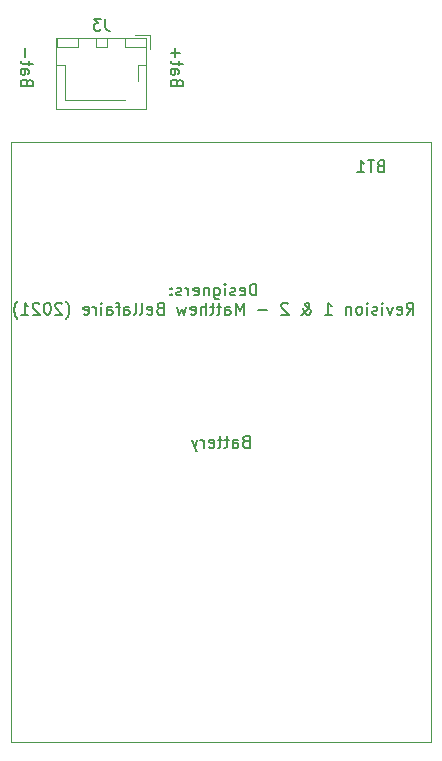
<source format=gbr>
%TF.GenerationSoftware,KiCad,Pcbnew,6.0.4-6f826c9f35~116~ubuntu18.04.1*%
%TF.CreationDate,2022-06-21T09:58:33-04:00*%
%TF.ProjectId,Makers-Unified-Controller,4d616b65-7273-42d5-956e-69666965642d,rev?*%
%TF.SameCoordinates,Original*%
%TF.FileFunction,Legend,Bot*%
%TF.FilePolarity,Positive*%
%FSLAX46Y46*%
G04 Gerber Fmt 4.6, Leading zero omitted, Abs format (unit mm)*
G04 Created by KiCad (PCBNEW 6.0.4-6f826c9f35~116~ubuntu18.04.1) date 2022-06-21 09:58:33*
%MOMM*%
%LPD*%
G01*
G04 APERTURE LIST*
%ADD10C,0.150000*%
%ADD11C,0.120000*%
G04 APERTURE END LIST*
D10*
X165544047Y-84102380D02*
X165544047Y-83102380D01*
X165305952Y-83102380D01*
X165163095Y-83150000D01*
X165067857Y-83245238D01*
X165020238Y-83340476D01*
X164972619Y-83530952D01*
X164972619Y-83673809D01*
X165020238Y-83864285D01*
X165067857Y-83959523D01*
X165163095Y-84054761D01*
X165305952Y-84102380D01*
X165544047Y-84102380D01*
X164163095Y-84054761D02*
X164258333Y-84102380D01*
X164448809Y-84102380D01*
X164544047Y-84054761D01*
X164591666Y-83959523D01*
X164591666Y-83578571D01*
X164544047Y-83483333D01*
X164448809Y-83435714D01*
X164258333Y-83435714D01*
X164163095Y-83483333D01*
X164115476Y-83578571D01*
X164115476Y-83673809D01*
X164591666Y-83769047D01*
X163734523Y-84054761D02*
X163639285Y-84102380D01*
X163448809Y-84102380D01*
X163353571Y-84054761D01*
X163305952Y-83959523D01*
X163305952Y-83911904D01*
X163353571Y-83816666D01*
X163448809Y-83769047D01*
X163591666Y-83769047D01*
X163686904Y-83721428D01*
X163734523Y-83626190D01*
X163734523Y-83578571D01*
X163686904Y-83483333D01*
X163591666Y-83435714D01*
X163448809Y-83435714D01*
X163353571Y-83483333D01*
X162877380Y-84102380D02*
X162877380Y-83435714D01*
X162877380Y-83102380D02*
X162925000Y-83150000D01*
X162877380Y-83197619D01*
X162829761Y-83150000D01*
X162877380Y-83102380D01*
X162877380Y-83197619D01*
X161972619Y-83435714D02*
X161972619Y-84245238D01*
X162020238Y-84340476D01*
X162067857Y-84388095D01*
X162163095Y-84435714D01*
X162305952Y-84435714D01*
X162401190Y-84388095D01*
X161972619Y-84054761D02*
X162067857Y-84102380D01*
X162258333Y-84102380D01*
X162353571Y-84054761D01*
X162401190Y-84007142D01*
X162448809Y-83911904D01*
X162448809Y-83626190D01*
X162401190Y-83530952D01*
X162353571Y-83483333D01*
X162258333Y-83435714D01*
X162067857Y-83435714D01*
X161972619Y-83483333D01*
X161496428Y-83435714D02*
X161496428Y-84102380D01*
X161496428Y-83530952D02*
X161448809Y-83483333D01*
X161353571Y-83435714D01*
X161210714Y-83435714D01*
X161115476Y-83483333D01*
X161067857Y-83578571D01*
X161067857Y-84102380D01*
X160210714Y-84054761D02*
X160305952Y-84102380D01*
X160496428Y-84102380D01*
X160591666Y-84054761D01*
X160639285Y-83959523D01*
X160639285Y-83578571D01*
X160591666Y-83483333D01*
X160496428Y-83435714D01*
X160305952Y-83435714D01*
X160210714Y-83483333D01*
X160163095Y-83578571D01*
X160163095Y-83673809D01*
X160639285Y-83769047D01*
X159734523Y-84102380D02*
X159734523Y-83435714D01*
X159734523Y-83626190D02*
X159686904Y-83530952D01*
X159639285Y-83483333D01*
X159544047Y-83435714D01*
X159448809Y-83435714D01*
X159163095Y-84054761D02*
X159067857Y-84102380D01*
X158877380Y-84102380D01*
X158782142Y-84054761D01*
X158734523Y-83959523D01*
X158734523Y-83911904D01*
X158782142Y-83816666D01*
X158877380Y-83769047D01*
X159020238Y-83769047D01*
X159115476Y-83721428D01*
X159163095Y-83626190D01*
X159163095Y-83578571D01*
X159115476Y-83483333D01*
X159020238Y-83435714D01*
X158877380Y-83435714D01*
X158782142Y-83483333D01*
X158305952Y-84007142D02*
X158258333Y-84054761D01*
X158305952Y-84102380D01*
X158353571Y-84054761D01*
X158305952Y-84007142D01*
X158305952Y-84102380D01*
X158305952Y-83483333D02*
X158258333Y-83530952D01*
X158305952Y-83578571D01*
X158353571Y-83530952D01*
X158305952Y-83483333D01*
X158305952Y-83578571D01*
X178258333Y-85712380D02*
X178591666Y-85236190D01*
X178829761Y-85712380D02*
X178829761Y-84712380D01*
X178448809Y-84712380D01*
X178353571Y-84760000D01*
X178305952Y-84807619D01*
X178258333Y-84902857D01*
X178258333Y-85045714D01*
X178305952Y-85140952D01*
X178353571Y-85188571D01*
X178448809Y-85236190D01*
X178829761Y-85236190D01*
X177448809Y-85664761D02*
X177544047Y-85712380D01*
X177734523Y-85712380D01*
X177829761Y-85664761D01*
X177877380Y-85569523D01*
X177877380Y-85188571D01*
X177829761Y-85093333D01*
X177734523Y-85045714D01*
X177544047Y-85045714D01*
X177448809Y-85093333D01*
X177401190Y-85188571D01*
X177401190Y-85283809D01*
X177877380Y-85379047D01*
X177067857Y-85045714D02*
X176829761Y-85712380D01*
X176591666Y-85045714D01*
X176210714Y-85712380D02*
X176210714Y-85045714D01*
X176210714Y-84712380D02*
X176258333Y-84760000D01*
X176210714Y-84807619D01*
X176163095Y-84760000D01*
X176210714Y-84712380D01*
X176210714Y-84807619D01*
X175782142Y-85664761D02*
X175686904Y-85712380D01*
X175496428Y-85712380D01*
X175401190Y-85664761D01*
X175353571Y-85569523D01*
X175353571Y-85521904D01*
X175401190Y-85426666D01*
X175496428Y-85379047D01*
X175639285Y-85379047D01*
X175734523Y-85331428D01*
X175782142Y-85236190D01*
X175782142Y-85188571D01*
X175734523Y-85093333D01*
X175639285Y-85045714D01*
X175496428Y-85045714D01*
X175401190Y-85093333D01*
X174925000Y-85712380D02*
X174925000Y-85045714D01*
X174925000Y-84712380D02*
X174972619Y-84760000D01*
X174925000Y-84807619D01*
X174877380Y-84760000D01*
X174925000Y-84712380D01*
X174925000Y-84807619D01*
X174305952Y-85712380D02*
X174401190Y-85664761D01*
X174448809Y-85617142D01*
X174496428Y-85521904D01*
X174496428Y-85236190D01*
X174448809Y-85140952D01*
X174401190Y-85093333D01*
X174305952Y-85045714D01*
X174163095Y-85045714D01*
X174067857Y-85093333D01*
X174020238Y-85140952D01*
X173972619Y-85236190D01*
X173972619Y-85521904D01*
X174020238Y-85617142D01*
X174067857Y-85664761D01*
X174163095Y-85712380D01*
X174305952Y-85712380D01*
X173544047Y-85045714D02*
X173544047Y-85712380D01*
X173544047Y-85140952D02*
X173496428Y-85093333D01*
X173401190Y-85045714D01*
X173258333Y-85045714D01*
X173163095Y-85093333D01*
X173115476Y-85188571D01*
X173115476Y-85712380D01*
X171353571Y-85712380D02*
X171925000Y-85712380D01*
X171639285Y-85712380D02*
X171639285Y-84712380D01*
X171734523Y-84855238D01*
X171829761Y-84950476D01*
X171925000Y-84998095D01*
X169353571Y-85712380D02*
X169401190Y-85712380D01*
X169496428Y-85664761D01*
X169639285Y-85521904D01*
X169877380Y-85236190D01*
X169972619Y-85093333D01*
X170020238Y-84950476D01*
X170020238Y-84855238D01*
X169972619Y-84760000D01*
X169877380Y-84712380D01*
X169829761Y-84712380D01*
X169734523Y-84760000D01*
X169686904Y-84855238D01*
X169686904Y-84902857D01*
X169734523Y-84998095D01*
X169782142Y-85045714D01*
X170067857Y-85236190D01*
X170115476Y-85283809D01*
X170163095Y-85379047D01*
X170163095Y-85521904D01*
X170115476Y-85617142D01*
X170067857Y-85664761D01*
X169972619Y-85712380D01*
X169829761Y-85712380D01*
X169734523Y-85664761D01*
X169686904Y-85617142D01*
X169544047Y-85426666D01*
X169496428Y-85283809D01*
X169496428Y-85188571D01*
X168210714Y-84807619D02*
X168163095Y-84760000D01*
X168067857Y-84712380D01*
X167829761Y-84712380D01*
X167734523Y-84760000D01*
X167686904Y-84807619D01*
X167639285Y-84902857D01*
X167639285Y-84998095D01*
X167686904Y-85140952D01*
X168258333Y-85712380D01*
X167639285Y-85712380D01*
X166448809Y-85331428D02*
X165686904Y-85331428D01*
X164448809Y-85712380D02*
X164448809Y-84712380D01*
X164115476Y-85426666D01*
X163782142Y-84712380D01*
X163782142Y-85712380D01*
X162877380Y-85712380D02*
X162877380Y-85188571D01*
X162925000Y-85093333D01*
X163020238Y-85045714D01*
X163210714Y-85045714D01*
X163305952Y-85093333D01*
X162877380Y-85664761D02*
X162972619Y-85712380D01*
X163210714Y-85712380D01*
X163305952Y-85664761D01*
X163353571Y-85569523D01*
X163353571Y-85474285D01*
X163305952Y-85379047D01*
X163210714Y-85331428D01*
X162972619Y-85331428D01*
X162877380Y-85283809D01*
X162544047Y-85045714D02*
X162163095Y-85045714D01*
X162401190Y-84712380D02*
X162401190Y-85569523D01*
X162353571Y-85664761D01*
X162258333Y-85712380D01*
X162163095Y-85712380D01*
X161972619Y-85045714D02*
X161591666Y-85045714D01*
X161829761Y-84712380D02*
X161829761Y-85569523D01*
X161782142Y-85664761D01*
X161686904Y-85712380D01*
X161591666Y-85712380D01*
X161258333Y-85712380D02*
X161258333Y-84712380D01*
X160829761Y-85712380D02*
X160829761Y-85188571D01*
X160877380Y-85093333D01*
X160972619Y-85045714D01*
X161115476Y-85045714D01*
X161210714Y-85093333D01*
X161258333Y-85140952D01*
X159972619Y-85664761D02*
X160067857Y-85712380D01*
X160258333Y-85712380D01*
X160353571Y-85664761D01*
X160401190Y-85569523D01*
X160401190Y-85188571D01*
X160353571Y-85093333D01*
X160258333Y-85045714D01*
X160067857Y-85045714D01*
X159972619Y-85093333D01*
X159925000Y-85188571D01*
X159925000Y-85283809D01*
X160401190Y-85379047D01*
X159591666Y-85045714D02*
X159401190Y-85712380D01*
X159210714Y-85236190D01*
X159020238Y-85712380D01*
X158829761Y-85045714D01*
X157353571Y-85188571D02*
X157210714Y-85236190D01*
X157163095Y-85283809D01*
X157115476Y-85379047D01*
X157115476Y-85521904D01*
X157163095Y-85617142D01*
X157210714Y-85664761D01*
X157305952Y-85712380D01*
X157686904Y-85712380D01*
X157686904Y-84712380D01*
X157353571Y-84712380D01*
X157258333Y-84760000D01*
X157210714Y-84807619D01*
X157163095Y-84902857D01*
X157163095Y-84998095D01*
X157210714Y-85093333D01*
X157258333Y-85140952D01*
X157353571Y-85188571D01*
X157686904Y-85188571D01*
X156305952Y-85664761D02*
X156401190Y-85712380D01*
X156591666Y-85712380D01*
X156686904Y-85664761D01*
X156734523Y-85569523D01*
X156734523Y-85188571D01*
X156686904Y-85093333D01*
X156591666Y-85045714D01*
X156401190Y-85045714D01*
X156305952Y-85093333D01*
X156258333Y-85188571D01*
X156258333Y-85283809D01*
X156734523Y-85379047D01*
X155686904Y-85712380D02*
X155782142Y-85664761D01*
X155829761Y-85569523D01*
X155829761Y-84712380D01*
X155163095Y-85712380D02*
X155258333Y-85664761D01*
X155305952Y-85569523D01*
X155305952Y-84712380D01*
X154353571Y-85712380D02*
X154353571Y-85188571D01*
X154401190Y-85093333D01*
X154496428Y-85045714D01*
X154686904Y-85045714D01*
X154782142Y-85093333D01*
X154353571Y-85664761D02*
X154448809Y-85712380D01*
X154686904Y-85712380D01*
X154782142Y-85664761D01*
X154829761Y-85569523D01*
X154829761Y-85474285D01*
X154782142Y-85379047D01*
X154686904Y-85331428D01*
X154448809Y-85331428D01*
X154353571Y-85283809D01*
X154020238Y-85045714D02*
X153639285Y-85045714D01*
X153877380Y-85712380D02*
X153877380Y-84855238D01*
X153829761Y-84760000D01*
X153734523Y-84712380D01*
X153639285Y-84712380D01*
X152877380Y-85712380D02*
X152877380Y-85188571D01*
X152925000Y-85093333D01*
X153020238Y-85045714D01*
X153210714Y-85045714D01*
X153305952Y-85093333D01*
X152877380Y-85664761D02*
X152972619Y-85712380D01*
X153210714Y-85712380D01*
X153305952Y-85664761D01*
X153353571Y-85569523D01*
X153353571Y-85474285D01*
X153305952Y-85379047D01*
X153210714Y-85331428D01*
X152972619Y-85331428D01*
X152877380Y-85283809D01*
X152401190Y-85712380D02*
X152401190Y-85045714D01*
X152401190Y-84712380D02*
X152448809Y-84760000D01*
X152401190Y-84807619D01*
X152353571Y-84760000D01*
X152401190Y-84712380D01*
X152401190Y-84807619D01*
X151925000Y-85712380D02*
X151925000Y-85045714D01*
X151925000Y-85236190D02*
X151877380Y-85140952D01*
X151829761Y-85093333D01*
X151734523Y-85045714D01*
X151639285Y-85045714D01*
X150925000Y-85664761D02*
X151020238Y-85712380D01*
X151210714Y-85712380D01*
X151305952Y-85664761D01*
X151353571Y-85569523D01*
X151353571Y-85188571D01*
X151305952Y-85093333D01*
X151210714Y-85045714D01*
X151020238Y-85045714D01*
X150925000Y-85093333D01*
X150877380Y-85188571D01*
X150877380Y-85283809D01*
X151353571Y-85379047D01*
X149401190Y-86093333D02*
X149448809Y-86045714D01*
X149544047Y-85902857D01*
X149591666Y-85807619D01*
X149639285Y-85664761D01*
X149686904Y-85426666D01*
X149686904Y-85236190D01*
X149639285Y-84998095D01*
X149591666Y-84855238D01*
X149544047Y-84760000D01*
X149448809Y-84617142D01*
X149401190Y-84569523D01*
X149067857Y-84807619D02*
X149020238Y-84760000D01*
X148925000Y-84712380D01*
X148686904Y-84712380D01*
X148591666Y-84760000D01*
X148544047Y-84807619D01*
X148496428Y-84902857D01*
X148496428Y-84998095D01*
X148544047Y-85140952D01*
X149115476Y-85712380D01*
X148496428Y-85712380D01*
X147877380Y-84712380D02*
X147782142Y-84712380D01*
X147686904Y-84760000D01*
X147639285Y-84807619D01*
X147591666Y-84902857D01*
X147544047Y-85093333D01*
X147544047Y-85331428D01*
X147591666Y-85521904D01*
X147639285Y-85617142D01*
X147686904Y-85664761D01*
X147782142Y-85712380D01*
X147877380Y-85712380D01*
X147972619Y-85664761D01*
X148020238Y-85617142D01*
X148067857Y-85521904D01*
X148115476Y-85331428D01*
X148115476Y-85093333D01*
X148067857Y-84902857D01*
X148020238Y-84807619D01*
X147972619Y-84760000D01*
X147877380Y-84712380D01*
X147163095Y-84807619D02*
X147115476Y-84760000D01*
X147020238Y-84712380D01*
X146782142Y-84712380D01*
X146686904Y-84760000D01*
X146639285Y-84807619D01*
X146591666Y-84902857D01*
X146591666Y-84998095D01*
X146639285Y-85140952D01*
X147210714Y-85712380D01*
X146591666Y-85712380D01*
X145639285Y-85712380D02*
X146210714Y-85712380D01*
X145925000Y-85712380D02*
X145925000Y-84712380D01*
X146020238Y-84855238D01*
X146115476Y-84950476D01*
X146210714Y-84998095D01*
X145305952Y-86093333D02*
X145258333Y-86045714D01*
X145163095Y-85902857D01*
X145115476Y-85807619D01*
X145067857Y-85664761D01*
X145020238Y-85426666D01*
X145020238Y-85236190D01*
X145067857Y-84998095D01*
X145115476Y-84855238D01*
X145163095Y-84760000D01*
X145258333Y-84617142D01*
X145305952Y-84569523D01*
%TO.C,BT1*%
X176045714Y-73128571D02*
X175902857Y-73176190D01*
X175855238Y-73223809D01*
X175807619Y-73319047D01*
X175807619Y-73461904D01*
X175855238Y-73557142D01*
X175902857Y-73604761D01*
X175998095Y-73652380D01*
X176379047Y-73652380D01*
X176379047Y-72652380D01*
X176045714Y-72652380D01*
X175950476Y-72700000D01*
X175902857Y-72747619D01*
X175855238Y-72842857D01*
X175855238Y-72938095D01*
X175902857Y-73033333D01*
X175950476Y-73080952D01*
X176045714Y-73128571D01*
X176379047Y-73128571D01*
X175521904Y-72652380D02*
X174950476Y-72652380D01*
X175236190Y-73652380D02*
X175236190Y-72652380D01*
X174093333Y-73652380D02*
X174664761Y-73652380D01*
X174379047Y-73652380D02*
X174379047Y-72652380D01*
X174474285Y-72795238D01*
X174569523Y-72890476D01*
X174664761Y-72938095D01*
X164631428Y-96448571D02*
X164488571Y-96496190D01*
X164440952Y-96543809D01*
X164393333Y-96639047D01*
X164393333Y-96781904D01*
X164440952Y-96877142D01*
X164488571Y-96924761D01*
X164583809Y-96972380D01*
X164964761Y-96972380D01*
X164964761Y-95972380D01*
X164631428Y-95972380D01*
X164536190Y-96020000D01*
X164488571Y-96067619D01*
X164440952Y-96162857D01*
X164440952Y-96258095D01*
X164488571Y-96353333D01*
X164536190Y-96400952D01*
X164631428Y-96448571D01*
X164964761Y-96448571D01*
X163536190Y-96972380D02*
X163536190Y-96448571D01*
X163583809Y-96353333D01*
X163679047Y-96305714D01*
X163869523Y-96305714D01*
X163964761Y-96353333D01*
X163536190Y-96924761D02*
X163631428Y-96972380D01*
X163869523Y-96972380D01*
X163964761Y-96924761D01*
X164012380Y-96829523D01*
X164012380Y-96734285D01*
X163964761Y-96639047D01*
X163869523Y-96591428D01*
X163631428Y-96591428D01*
X163536190Y-96543809D01*
X163202857Y-96305714D02*
X162821904Y-96305714D01*
X163060000Y-95972380D02*
X163060000Y-96829523D01*
X163012380Y-96924761D01*
X162917142Y-96972380D01*
X162821904Y-96972380D01*
X162631428Y-96305714D02*
X162250476Y-96305714D01*
X162488571Y-95972380D02*
X162488571Y-96829523D01*
X162440952Y-96924761D01*
X162345714Y-96972380D01*
X162250476Y-96972380D01*
X161536190Y-96924761D02*
X161631428Y-96972380D01*
X161821904Y-96972380D01*
X161917142Y-96924761D01*
X161964761Y-96829523D01*
X161964761Y-96448571D01*
X161917142Y-96353333D01*
X161821904Y-96305714D01*
X161631428Y-96305714D01*
X161536190Y-96353333D01*
X161488571Y-96448571D01*
X161488571Y-96543809D01*
X161964761Y-96639047D01*
X161060000Y-96972380D02*
X161060000Y-96305714D01*
X161060000Y-96496190D02*
X161012380Y-96400952D01*
X160964761Y-96353333D01*
X160869523Y-96305714D01*
X160774285Y-96305714D01*
X160536190Y-96305714D02*
X160298095Y-96972380D01*
X160060000Y-96305714D02*
X160298095Y-96972380D01*
X160393333Y-97210476D01*
X160440952Y-97258095D01*
X160536190Y-97305714D01*
%TO.C,J3*%
X152753333Y-60672380D02*
X152753333Y-61386666D01*
X152800952Y-61529523D01*
X152896190Y-61624761D01*
X153039047Y-61672380D01*
X153134285Y-61672380D01*
X152372380Y-60672380D02*
X151753333Y-60672380D01*
X152086666Y-61053333D01*
X151943809Y-61053333D01*
X151848571Y-61100952D01*
X151800952Y-61148571D01*
X151753333Y-61243809D01*
X151753333Y-61481904D01*
X151800952Y-61577142D01*
X151848571Y-61624761D01*
X151943809Y-61672380D01*
X152229523Y-61672380D01*
X152324761Y-61624761D01*
X152372380Y-61577142D01*
X146121428Y-66055714D02*
X146073809Y-65912857D01*
X146026190Y-65865238D01*
X145930952Y-65817619D01*
X145788095Y-65817619D01*
X145692857Y-65865238D01*
X145645238Y-65912857D01*
X145597619Y-66008095D01*
X145597619Y-66389047D01*
X146597619Y-66389047D01*
X146597619Y-66055714D01*
X146550000Y-65960476D01*
X146502380Y-65912857D01*
X146407142Y-65865238D01*
X146311904Y-65865238D01*
X146216666Y-65912857D01*
X146169047Y-65960476D01*
X146121428Y-66055714D01*
X146121428Y-66389047D01*
X145597619Y-64960476D02*
X146121428Y-64960476D01*
X146216666Y-65008095D01*
X146264285Y-65103333D01*
X146264285Y-65293809D01*
X146216666Y-65389047D01*
X145645238Y-64960476D02*
X145597619Y-65055714D01*
X145597619Y-65293809D01*
X145645238Y-65389047D01*
X145740476Y-65436666D01*
X145835714Y-65436666D01*
X145930952Y-65389047D01*
X145978571Y-65293809D01*
X145978571Y-65055714D01*
X146026190Y-64960476D01*
X146264285Y-64627142D02*
X146264285Y-64246190D01*
X146597619Y-64484285D02*
X145740476Y-64484285D01*
X145645238Y-64436666D01*
X145597619Y-64341428D01*
X145597619Y-64246190D01*
X145978571Y-63912857D02*
X145978571Y-63150952D01*
X158821428Y-66055714D02*
X158773809Y-65912857D01*
X158726190Y-65865238D01*
X158630952Y-65817619D01*
X158488095Y-65817619D01*
X158392857Y-65865238D01*
X158345238Y-65912857D01*
X158297619Y-66008095D01*
X158297619Y-66389047D01*
X159297619Y-66389047D01*
X159297619Y-66055714D01*
X159250000Y-65960476D01*
X159202380Y-65912857D01*
X159107142Y-65865238D01*
X159011904Y-65865238D01*
X158916666Y-65912857D01*
X158869047Y-65960476D01*
X158821428Y-66055714D01*
X158821428Y-66389047D01*
X158297619Y-64960476D02*
X158821428Y-64960476D01*
X158916666Y-65008095D01*
X158964285Y-65103333D01*
X158964285Y-65293809D01*
X158916666Y-65389047D01*
X158345238Y-64960476D02*
X158297619Y-65055714D01*
X158297619Y-65293809D01*
X158345238Y-65389047D01*
X158440476Y-65436666D01*
X158535714Y-65436666D01*
X158630952Y-65389047D01*
X158678571Y-65293809D01*
X158678571Y-65055714D01*
X158726190Y-64960476D01*
X158964285Y-64627142D02*
X158964285Y-64246190D01*
X159297619Y-64484285D02*
X158440476Y-64484285D01*
X158345238Y-64436666D01*
X158297619Y-64341428D01*
X158297619Y-64246190D01*
X158678571Y-63912857D02*
X158678571Y-63150952D01*
X158297619Y-63531904D02*
X159059523Y-63531904D01*
D11*
%TO.C,BT1*%
X144780000Y-71120000D02*
X144780000Y-121920000D01*
X180340000Y-121920000D02*
X180340000Y-71120000D01*
X144780000Y-121920000D02*
X180340000Y-121920000D01*
X180340000Y-71120000D02*
X144780000Y-71120000D01*
X144780000Y-71120000D02*
X144780000Y-71120000D01*
X144780000Y-71120000D02*
X180340000Y-71120000D01*
X180340000Y-71120000D02*
X180340000Y-71120000D01*
%TO.C,J3*%
X152920000Y-63070000D02*
X151920000Y-63070000D01*
X155470000Y-64570000D02*
X155470000Y-65910000D01*
X156220000Y-64570000D02*
X155470000Y-64570000D01*
X154420000Y-63070000D02*
X154420000Y-62320000D01*
X148620000Y-64570000D02*
X149370000Y-64570000D01*
X148620000Y-62320000D02*
X150420000Y-62320000D01*
X156230000Y-68280000D02*
X148610000Y-68280000D01*
X155270000Y-62020000D02*
X156520000Y-62020000D01*
X150420000Y-62320000D02*
X150420000Y-63070000D01*
X154420000Y-62320000D02*
X156220000Y-62320000D01*
X156230000Y-62310000D02*
X156230000Y-68280000D01*
X156220000Y-63070000D02*
X154420000Y-63070000D01*
X149370000Y-67520000D02*
X152420000Y-67520000D01*
X156220000Y-62320000D02*
X156220000Y-63070000D01*
X150420000Y-63070000D02*
X148620000Y-63070000D01*
X151920000Y-63070000D02*
X151920000Y-62320000D01*
X151920000Y-62320000D02*
X152920000Y-62320000D01*
X152920000Y-62320000D02*
X152920000Y-63070000D01*
X149370000Y-64570000D02*
X149370000Y-67520000D01*
X156520000Y-62020000D02*
X156520000Y-63270000D01*
X148620000Y-63070000D02*
X148620000Y-62320000D01*
X148610000Y-68280000D02*
X148610000Y-62310000D01*
X148610000Y-62310000D02*
X156230000Y-62310000D01*
X152420000Y-67520000D02*
X154410000Y-67520000D01*
%TD*%
M02*

</source>
